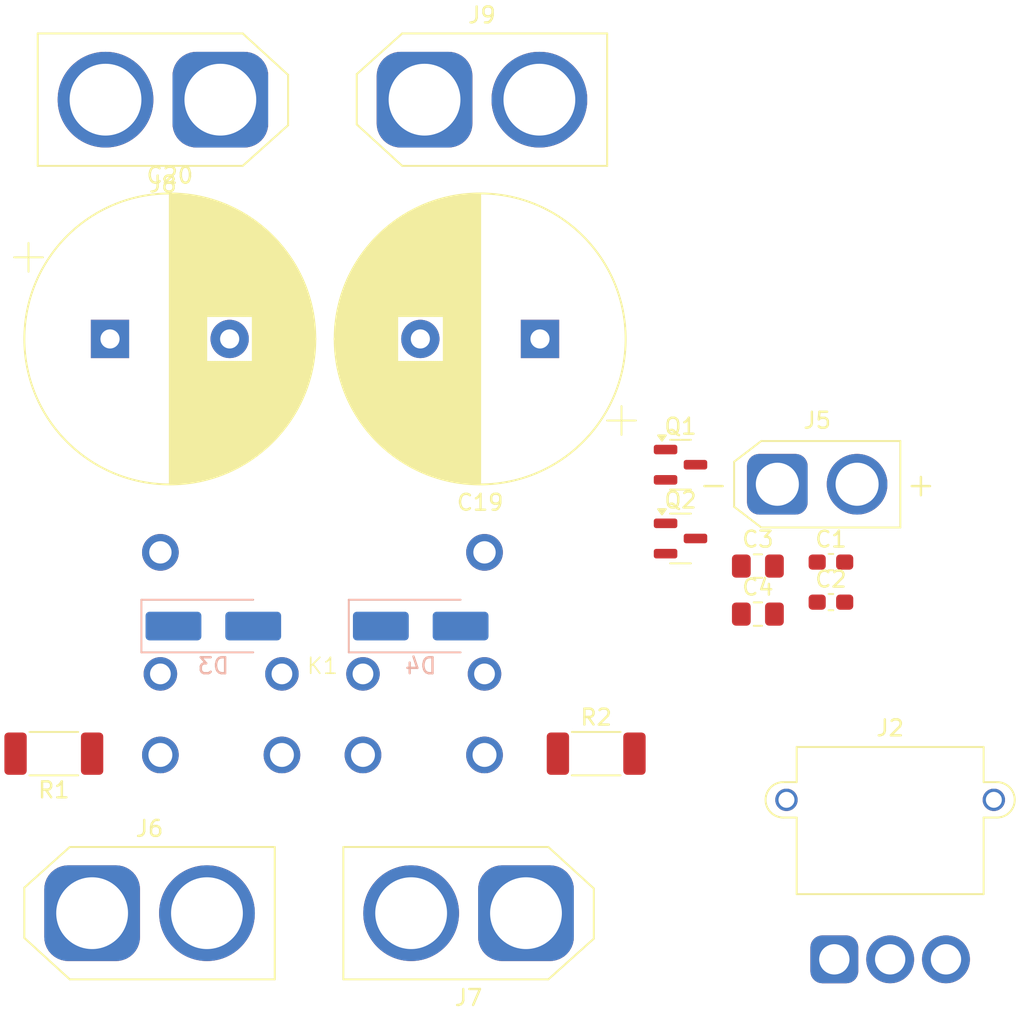
<source format=kicad_pcb>
(kicad_pcb (version 20241229) (generator "pcbnew") (generator_version "9.0")
  (layers (0 "F.Cu" signal) (2 "B.Cu" signal) (13 "F.Paste" user) (15 "B.Paste" user) (5 "F.SilkS" user "F.Silkscreen") (7 "B.SilkS" user "B.Silkscreen") (1 "F.Mask" user) (3 "B.Mask" user) (25 "Edge.Cuts" user))
  (net 0 "")
  (net 1 "OUTPUT_B")
  (net 2 "GNDPWR")
  (net 3 "OUTPUT_A")
  (net 4 "INPUT_A")
  (net 5 "INPUT_B")
  (net 6 "GND")
  (net 7 "+12V")
  (net 8 "Net-(D3-A)")
  (net 9 "Net-(D4-A)")
  (net 10 "Net-(K1B-N.C.)")
  (net 11 "Net-(K1A-N.C.)")
  (net 12 "GATE_A")
  (net 13 "GATE_B")
  (footprint "Resistor_SMD:R_2010_5025Metric_Pad1.40x2.65mm_HandSolder" (layer "F.Cu") (at 53 155)
    (property "Reference" "R2" (at 0 -2.28 0) (layer "F.SilkS"))
    (property "Value" "50")
    (pad "1" smd roundrect (at -2.4 0) (size 1.4 2.65) (layers "F.Cu" "F.Mask" "F.Paste") (roundrect_rratio 0.178571) (net 10 "Net-(K1B-N.C.)"))
    (pad "2" smd roundrect (at 2.4 0) (size 1.4 2.65) (layers "F.Cu" "F.Mask" "F.Paste") (roundrect_rratio 0.178571) (net 2 "GNDPWR"))
  )
  (footprint "Capacitor_SMD:C_0603_1608Metric_Pad1.08x0.95mm_HandSolder" (layer "F.Cu") (at 67.7175 145.5)
    (property "Reference" "C2" (at 0 -1.43 0) (layer "F.SilkS"))
    (property "Value" "0.1u")
    (pad "1" smd roundrect (at -0.8625 0) (size 1.075 0.95) (layers "F.Cu" "F.Mask" "F.Paste") (net 7 "+12V"))
    (pad "2" smd roundrect (at 0.8625 0) (size 1.075 0.95) (layers "F.Cu" "F.Mask" "F.Paste") (net 6 "GND"))
  )
  (footprint "Connector_AMASS:AMASS_XT60-F_1x02_P7.20mm_Vertical" (layer "F.Cu") (at 42.24 114)
    (property "Reference" "J9" (at 3.6 -5.3 0) (layer "F.SilkS"))
    (property "Value" "XT60")
    (pad "1" thru_hole roundrect (at 0 0) (size 6 6) (drill 4.5) (layers "*.Cu" "*.Mask") (net 2 "GNDPWR"))
    (pad "2" thru_hole circle (at 7.2 0) (size 6 6) (drill 4.5) (layers "*.Cu" "*.Mask") (net 1 "OUTPUT_B"))
  )
  (footprint "Connector_AMASS:AMASS_XT30U-M_1x02_P5.0mm_Vertical" (layer "F.Cu") (at 64.3575 138.11)
    (property "Reference" "J5" (at 2.5 -4 0) (layer "F.SilkS"))
    (property "Value" "XT30")
    (fp_text user "+" (at 9 0 0) (layer "F.SilkS") (effects (font (size 1.5 1.5))))
    (fp_text user "-" (at -4 0 0) (layer "F.SilkS") (effects (font (size 1.5 1.5))))
    (pad "1" thru_hole roundrect (at 0 0) (size 3.8 3.8) (drill 2.7) (layers "*.Cu" "*.Mask") (roundrect_rratio 0.2) (net 6 "GND"))
    (pad "2" thru_hole circle (at 5 0) (size 3.8 3.8) (drill 2.7) (layers "*.Cu" "*.Mask") (net 7 "+12V"))
  )
  (footprint "GN10_Parts:FBR562" (layer "F.Cu") (at 35.84 150)
    (property "Reference" "K1" (at 0 -0.5 0) (layer "F.SilkS") (effects (font (thickness 0.1))))
    (property "Value" "FBR562ND12-W")
    (pad "1" thru_hole circle (at -10.16 5.08) (size 2.3 2.3) (drill 1.5) (layers "*.Cu" "*.Mask") (net 4 "INPUT_A"))
    (pad "2" thru_hole circle (at -2.54 5.08) (size 2.3 2.3) (drill 1.5) (layers "*.Cu" "*.Mask") (net 11 "Net-(K1A-N.C.)"))
    (pad "3" thru_hole circle (at -10.16 0) (size 2.1 2.1) (drill 1.3) (layers "*.Cu" "*.Mask") (net 7 "+12V"))
    (pad "4" thru_hole circle (at -2.54 0) (size 2.1 2.1) (drill 1.3) (layers "*.Cu" "*.Mask") (net 8 "Net-(D3-A)"))
    (pad "5" thru_hole circle (at -10.16 -7.62) (size 2.3 2.3) (drill 1.4) (layers "*.Cu" "*.Mask") (net 3 "OUTPUT_A"))
    (pad "6" thru_hole circle (at 2.54 5.08) (size 2.3 2.3) (drill 1.5) (layers "*.Cu" "*.Mask") (net 5 "INPUT_B"))
    (pad "7" thru_hole circle (at 10.16 5.08) (size 2.3 2.3) (drill 1.5) (layers "*.Cu" "*.Mask") (net 10 "Net-(K1B-N.C.)"))
    (pad "8" thru_hole circle (at 2.54 0) (size 2.1 2.1) (drill 1.3) (layers "*.Cu" "*.Mask") (net 7 "+12V"))
    (pad "9" thru_hole circle (at 10.16 0) (size 2.1 2.1) (drill 1.3) (layers "*.Cu" "*.Mask") (net 9 "Net-(D4-A)"))
    (pad "10" thru_hole circle (at 10.16 -7.62) (size 2.3 2.3) (drill 1.4) (layers "*.Cu" "*.Mask") (net 1 "OUTPUT_B"))
  )
  (footprint "Package_TO_SOT_SMD:SOT-23" (layer "F.Cu") (at 58.2875 136.885)
    (property "Reference" "Q1" (at 0 -2.4 0) (layer "F.SilkS"))
    (property "Value" "SSM3K341R")
    (pad "1" smd roundrect (at -0.9375 -0.95) (size 1.475 0.6) (layers "F.Cu" "F.Mask" "F.Paste") (net 12 "GATE_A"))
    (pad "2" smd roundrect (at -0.9375 0.95) (size 1.475 0.6) (layers "F.Cu" "F.Mask" "F.Paste") (net 6 "GND"))
    (pad "3" smd roundrect (at 0.9375 0) (size 1.475 0.6) (layers "F.Cu" "F.Mask" "F.Paste") (net 8 "Net-(D3-A)"))
  )
  (footprint "Capacitor_SMD:C_0805_2012Metric_Pad1.18x1.45mm_HandSolder" (layer "F.Cu") (at 63.1375 143.24)
    (property "Reference" "C3" (at 0 -1.68 0) (layer "F.SilkS"))
    (property "Value" "10u")
    (pad "1" smd roundrect (at -1.0375 0) (size 1.175 1.45) (layers "F.Cu" "F.Mask" "F.Paste") (roundrect_rratio 0.212766) (net 7 "+12V"))
    (pad "2" smd roundrect (at 1.0375 0) (size 1.175 1.45) (layers "F.Cu" "F.Mask" "F.Paste") (roundrect_rratio 0.212766) (net 6 "GND"))
  )
  (footprint "Capacitor_THT:CP_Radial_D18.0mm_P7.50mm" (layer "F.Cu") (at 22.52222 129)
    (property "Reference" "C20" (at 3.75 -10.25 0) (layer "F.SilkS"))
    (property "Value" "2700u")
    (pad "1" thru_hole rect (at 0 0) (size 2.4 2.4) (drill 1.2) (layers "*.Cu" "*.Mask") (net 3 "OUTPUT_A"))
    (pad "2" thru_hole circle (at 7.5 0) (size 2.4 2.4) (drill 1.2) (layers "*.Cu" "*.Mask") (net 2 "GNDPWR"))
  )
  (footprint "Capacitor_SMD:C_0603_1608Metric_Pad1.08x0.95mm_HandSolder" (layer "F.Cu") (at 67.7175 142.99)
    (property "Reference" "C1" (at 0 -1.43 0) (layer "F.SilkS"))
    (property "Value" "0.1u")
    (pad "1" smd roundrect (at -0.8625 0) (size 1.075 0.95) (layers "F.Cu" "F.Mask" "F.Paste") (net 7 "+12V"))
    (pad "2" smd roundrect (at 0.8625 0) (size 1.075 0.95) (layers "F.Cu" "F.Mask" "F.Paste") (net 6 "GND"))
  )
  (footprint "Capacitor_THT:CP_Radial_D18.0mm_P7.50mm" (layer "F.Cu") (at 49.47778 129 180)
    (property "Reference" "C19" (at 3.75 -10.25 0) (layer "F.SilkS"))
    (property "Value" "2700u")
    (pad "1" thru_hole rect (at 0 0 180) (size 2.4 2.4) (drill 1.2) (layers "*.Cu" "*.Mask") (net 1 "OUTPUT_B"))
    (pad "2" thru_hole circle (at 7.5 0 180) (size 2.4 2.4) (drill 1.2) (layers "*.Cu" "*.Mask") (net 2 "GNDPWR"))
  )
  (footprint "Capacitor_SMD:C_0805_2012Metric_Pad1.18x1.45mm_HandSolder" (layer "F.Cu") (at 63.1375 146.25)
    (property "Reference" "C4" (at 0 -1.68 0) (layer "F.SilkS"))
    (property "Value" "10u")
    (pad "1" smd roundrect (at -1.0375 0) (size 1.175 1.45) (layers "F.Cu" "F.Mask" "F.Paste") (roundrect_rratio 0.212766) (net 7 "+12V"))
    (pad "2" smd roundrect (at 1.0375 0) (size 1.175 1.45) (layers "F.Cu" "F.Mask" "F.Paste") (roundrect_rratio 0.212766) (net 6 "GND"))
  )
  (footprint "Connector_AMASS:AMASS_XT60-M_1x02_P7.20mm_Vertical" (layer "F.Cu") (at 48.6 165 180)
    (property "Reference" "J7" (at 3.6 -5.3 0) (layer "F.SilkS"))
    (property "Value" "XT60")
    (pad "1" thru_hole roundrect (at 0 0 180) (size 6 6) (drill 4.5) (layers "*.Cu" "*.Mask") (net 2 "GNDPWR"))
    (pad "2" thru_hole circle (at 7.2 0 180) (size 6 6) (drill 4.5) (layers "*.Cu" "*.Mask") (net 5 "INPUT_B"))
  )
  (footprint "Package_TO_SOT_SMD:SOT-23" (layer "F.Cu") (at 58.2875 141.51)
    (property "Reference" "Q2" (at 0 -2.4 0) (layer "F.SilkS"))
    (property "Value" "SSM3K341R")
    (pad "1" smd roundrect (at -0.9375 -0.95) (size 1.475 0.6) (layers "F.Cu" "F.Mask" "F.Paste") (net 13 "GATE_B"))
    (pad "2" smd roundrect (at -0.9375 0.95) (size 1.475 0.6) (layers "F.Cu" "F.Mask" "F.Paste") (net 6 "GND"))
    (pad "3" smd roundrect (at 0.9375 0) (size 1.475 0.6) (layers "F.Cu" "F.Mask" "F.Paste") (net 9 "Net-(D4-A)"))
  )
  (footprint "Connector_AMASS:AMASS_MR30PW-M_1x03_P3.50mm_Horizontal" (layer "F.Cu") (at 67.93 167.894)
    (property "Reference" "J2" (at 3.5 -14.5 0) (layer "F.SilkS"))
    (property "Value" "Conn_01x03")
    (pad "" thru_hole circle (at -3 -10) (size 1.4 1.4) (drill 1) (layers "*.Cu" "*.Mask"))
    (pad "" thru_hole circle (at 10 -10) (size 1.4 1.4) (drill 1) (layers "*.Cu" "*.Mask"))
    (pad "1" thru_hole roundrect (at 0 0) (size 3 3) (drill 1.9) (layers "*.Cu" "*.Mask") (net 6 "GND"))
    (pad "2" thru_hole circle (at 3.5 0) (size 3 3) (drill 1.9) (layers "*.Cu" "*.Mask") (net 12 "GATE_A"))
    (pad "3" thru_hole circle (at 7 0) (size 3 3) (drill 1.9) (layers "*.Cu" "*.Mask") (net 13 "GATE_B"))
  )
  (footprint "Connector_AMASS:AMASS_XT60-F_1x02_P7.20mm_Vertical" (layer "F.Cu") (at 29.44 114 180)
    (property "Reference" "J8" (at 3.6 -5.3 0) (layer "F.SilkS"))
    (property "Value" "XT60")
    (pad "1" thru_hole roundrect (at 0 0 180) (size 6 6) (drill 4.5) (layers "*.Cu" "*.Mask") (net 2 "GNDPWR"))
    (pad "2" thru_hole circle (at 7.2 0 180) (size 6 6) (drill 4.5) (layers "*.Cu" "*.Mask") (net 3 "OUTPUT_A"))
  )
  (footprint "Resistor_SMD:R_2010_5025Metric_Pad1.40x2.65mm_HandSolder" (layer "F.Cu") (at 19 155 180)
    (property "Reference" "R1" (at 0 -2.28 0) (layer "F.SilkS"))
    (property "Value" "50")
    (pad "1" smd roundrect (at -2.4 0 180) (size 1.4 2.65) (layers "F.Cu" "F.Mask" "F.Paste") (roundrect_rratio 0.178571) (net 11 "Net-(K1A-N.C.)"))
    (pad "2" smd roundrect (at 2.4 0 180) (size 1.4 2.65) (layers "F.Cu" "F.Mask" "F.Paste") (roundrect_rratio 0.178571) (net 2 "GNDPWR"))
  )
  (footprint "Connector_AMASS:AMASS_XT60-M_1x02_P7.20mm_Vertical" (layer "F.Cu") (at 21.4 165)
    (property "Reference" "J6" (at 3.6 -5.3 180) (layer "F.SilkS"))
    (property "Value" "XT60")
    (pad "1" thru_hole roundrect (at 0 0) (size 6 6) (drill 4.5) (layers "*.Cu" "*.Mask") (net 2 "GNDPWR"))
    (pad "2" thru_hole circle (at 7.2 0) (size 6 6) (drill 4.5) (layers "*.Cu" "*.Mask") (net 4 "INPUT_A"))
  )
  (footprint "Diode_SMD:D_SMA_Handsoldering" (layer "B.Cu") (at 29 147)
    (property "Reference" "D3" (at 0 2.5 180) (layer "B.SilkS") (effects (justify mirror)))
    (property "Value" "D")
    (pad "1" smd roundrect (at -2.5 0) (size 3.5 1.8) (layers "B.Cu" "B.Mask" "B.Paste") (roundrect_rratio 0.1388888889) (net 7 "+12V"))
    (pad "2" smd roundrect (at 2.5 0) (size 3.5 1.8) (layers "B.Cu" "B.Mask" "B.Paste") (roundrect_rratio 0.1388888889) (net 8 "Net-(D3-A)"))
  )
  (footprint "Diode_SMD:D_SMA_Handsoldering" (layer "B.Cu") (at 42 147)
    (property "Reference" "D4" (at 0 2.5 180) (layer "B.SilkS") (effects (justify mirror)))
    (property "Value" "D")
    (pad "1" smd roundrect (at -2.5 0) (size 3.5 1.8) (layers "B.Cu" "B.Mask" "B.Paste") (roundrect_rratio 0.1388888889) (net 7 "+12V"))
    (pad "2" smd roundrect (at 2.5 0) (size 3.5 1.8) (layers "B.Cu" "B.Mask" "B.Paste") (roundrect_rratio 0.1388888889) (net 9 "Net-(D4-A)"))
  )
)
</source>
